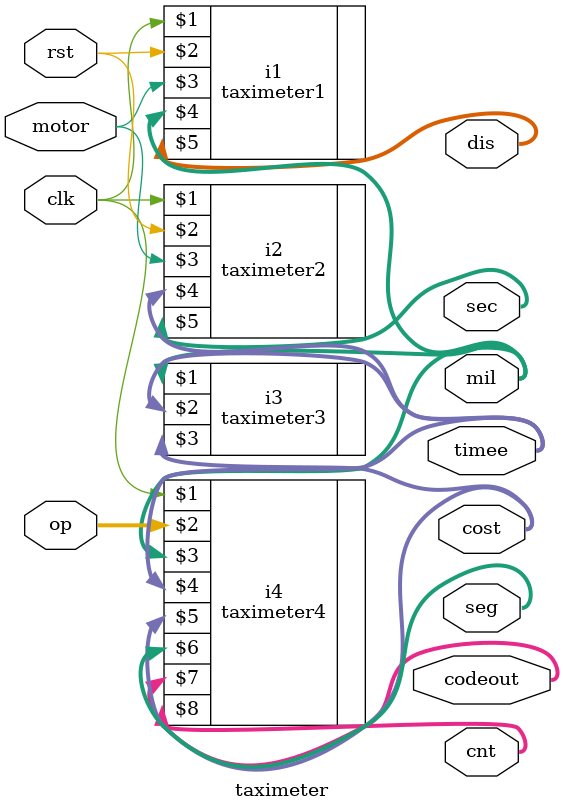
<source format=v>
module taximeter (
    clk,rst,motor,op,mil,dis,timee,sec,cost,seg,codeout,cnt
);
    input clk;
    input rst;
    input motor;
    input [1:0] op;
    output [7:0] mil;
    output [17:0] dis;
    output [6:0] timee;
    output [6:0] sec;
    output [10:0] cost;
    output [7:0] seg;
    output [7:0] codeout;
    output [2:0] cnt;
    // wire clk1000;

    // »¹²îÒ»¸örst£¬ÇåÁã
    // taximeter0 i0(clk,clk1000);            // ·ÖÆµ
    taximeter1 i1(clk,rst,motor,mil,dis);              // ¼ÆËãÀï³Ì
    taximeter2 i2(clk,rst,motor,timee,sec);    // ¼ÆËãÊ±¼ä
    taximeter3 i3(mil,timee,cost);         // ¼ÆËã·ÑÓÃ
    taximeter4 i4(clk,op,mil,timee,cost,seg,codeout,cnt);  // Ñ¡ÔñÏÔÊ¾ÄÄ¸ö
endmodule
</source>
